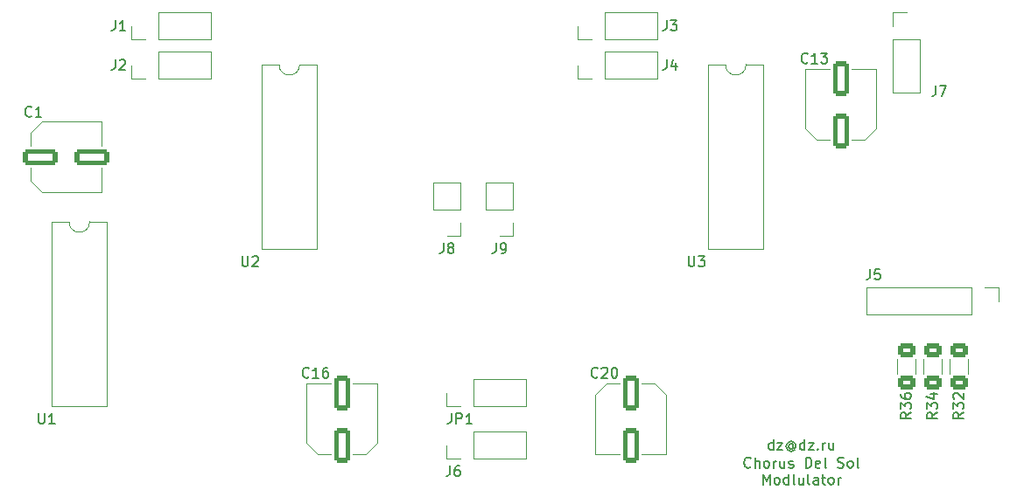
<source format=gbr>
%TF.GenerationSoftware,KiCad,Pcbnew,(6.0.10)*%
%TF.CreationDate,2023-04-08T13:29:20+03:00*%
%TF.ProjectId,DelSol_Modulator,44656c53-6f6c-45f4-9d6f-64756c61746f,rev?*%
%TF.SameCoordinates,Original*%
%TF.FileFunction,Legend,Top*%
%TF.FilePolarity,Positive*%
%FSLAX46Y46*%
G04 Gerber Fmt 4.6, Leading zero omitted, Abs format (unit mm)*
G04 Created by KiCad (PCBNEW (6.0.10)) date 2023-04-08 13:29:20*
%MOMM*%
%LPD*%
G01*
G04 APERTURE LIST*
G04 Aperture macros list*
%AMRoundRect*
0 Rectangle with rounded corners*
0 $1 Rounding radius*
0 $2 $3 $4 $5 $6 $7 $8 $9 X,Y pos of 4 corners*
0 Add a 4 corners polygon primitive as box body*
4,1,4,$2,$3,$4,$5,$6,$7,$8,$9,$2,$3,0*
0 Add four circle primitives for the rounded corners*
1,1,$1+$1,$2,$3*
1,1,$1+$1,$4,$5*
1,1,$1+$1,$6,$7*
1,1,$1+$1,$8,$9*
0 Add four rect primitives between the rounded corners*
20,1,$1+$1,$2,$3,$4,$5,0*
20,1,$1+$1,$4,$5,$6,$7,0*
20,1,$1+$1,$6,$7,$8,$9,0*
20,1,$1+$1,$8,$9,$2,$3,0*%
G04 Aperture macros list end*
%ADD10C,0.150000*%
%ADD11C,0.120000*%
%ADD12C,3.200000*%
%ADD13R,1.700000X1.700000*%
%ADD14O,1.700000X1.700000*%
%ADD15R,1.600000X1.600000*%
%ADD16O,1.600000X1.600000*%
%ADD17RoundRect,0.250000X0.625000X-0.400000X0.625000X0.400000X-0.625000X0.400000X-0.625000X-0.400000X0*%
%ADD18RoundRect,0.250000X0.550000X-1.412500X0.550000X1.412500X-0.550000X1.412500X-0.550000X-1.412500X0*%
%ADD19RoundRect,0.250000X-0.550000X1.412500X-0.550000X-1.412500X0.550000X-1.412500X0.550000X1.412500X0*%
%ADD20RoundRect,0.250000X-1.412500X-0.550000X1.412500X-0.550000X1.412500X0.550000X-1.412500X0.550000X0*%
G04 APERTURE END LIST*
D10*
X109069523Y-74112380D02*
X109069523Y-73112380D01*
X109069523Y-74064761D02*
X108974285Y-74112380D01*
X108783809Y-74112380D01*
X108688571Y-74064761D01*
X108640952Y-74017142D01*
X108593333Y-73921904D01*
X108593333Y-73636190D01*
X108640952Y-73540952D01*
X108688571Y-73493333D01*
X108783809Y-73445714D01*
X108974285Y-73445714D01*
X109069523Y-73493333D01*
X109450476Y-73445714D02*
X109974285Y-73445714D01*
X109450476Y-74112380D01*
X109974285Y-74112380D01*
X110974285Y-73636190D02*
X110926666Y-73588571D01*
X110831428Y-73540952D01*
X110736190Y-73540952D01*
X110640952Y-73588571D01*
X110593333Y-73636190D01*
X110545714Y-73731428D01*
X110545714Y-73826666D01*
X110593333Y-73921904D01*
X110640952Y-73969523D01*
X110736190Y-74017142D01*
X110831428Y-74017142D01*
X110926666Y-73969523D01*
X110974285Y-73921904D01*
X110974285Y-73540952D02*
X110974285Y-73921904D01*
X111021904Y-73969523D01*
X111069523Y-73969523D01*
X111164761Y-73921904D01*
X111212380Y-73826666D01*
X111212380Y-73588571D01*
X111117142Y-73445714D01*
X110974285Y-73350476D01*
X110783809Y-73302857D01*
X110593333Y-73350476D01*
X110450476Y-73445714D01*
X110355238Y-73588571D01*
X110307619Y-73779047D01*
X110355238Y-73969523D01*
X110450476Y-74112380D01*
X110593333Y-74207619D01*
X110783809Y-74255238D01*
X110974285Y-74207619D01*
X111117142Y-74112380D01*
X112069523Y-74112380D02*
X112069523Y-73112380D01*
X112069523Y-74064761D02*
X111974285Y-74112380D01*
X111783809Y-74112380D01*
X111688571Y-74064761D01*
X111640952Y-74017142D01*
X111593333Y-73921904D01*
X111593333Y-73636190D01*
X111640952Y-73540952D01*
X111688571Y-73493333D01*
X111783809Y-73445714D01*
X111974285Y-73445714D01*
X112069523Y-73493333D01*
X112450476Y-73445714D02*
X112974285Y-73445714D01*
X112450476Y-74112380D01*
X112974285Y-74112380D01*
X113355238Y-74017142D02*
X113402857Y-74064761D01*
X113355238Y-74112380D01*
X113307619Y-74064761D01*
X113355238Y-74017142D01*
X113355238Y-74112380D01*
X113831428Y-74112380D02*
X113831428Y-73445714D01*
X113831428Y-73636190D02*
X113879047Y-73540952D01*
X113926666Y-73493333D01*
X114021904Y-73445714D01*
X114117142Y-73445714D01*
X114879047Y-73445714D02*
X114879047Y-74112380D01*
X114450476Y-73445714D02*
X114450476Y-73969523D01*
X114498095Y-74064761D01*
X114593333Y-74112380D01*
X114736190Y-74112380D01*
X114831428Y-74064761D01*
X114879047Y-74017142D01*
X106855238Y-75752142D02*
X106807619Y-75799761D01*
X106664761Y-75847380D01*
X106569523Y-75847380D01*
X106426666Y-75799761D01*
X106331428Y-75704523D01*
X106283809Y-75609285D01*
X106236190Y-75418809D01*
X106236190Y-75275952D01*
X106283809Y-75085476D01*
X106331428Y-74990238D01*
X106426666Y-74895000D01*
X106569523Y-74847380D01*
X106664761Y-74847380D01*
X106807619Y-74895000D01*
X106855238Y-74942619D01*
X107283809Y-75847380D02*
X107283809Y-74847380D01*
X107712380Y-75847380D02*
X107712380Y-75323571D01*
X107664761Y-75228333D01*
X107569523Y-75180714D01*
X107426666Y-75180714D01*
X107331428Y-75228333D01*
X107283809Y-75275952D01*
X108331428Y-75847380D02*
X108236190Y-75799761D01*
X108188571Y-75752142D01*
X108140952Y-75656904D01*
X108140952Y-75371190D01*
X108188571Y-75275952D01*
X108236190Y-75228333D01*
X108331428Y-75180714D01*
X108474285Y-75180714D01*
X108569523Y-75228333D01*
X108617142Y-75275952D01*
X108664761Y-75371190D01*
X108664761Y-75656904D01*
X108617142Y-75752142D01*
X108569523Y-75799761D01*
X108474285Y-75847380D01*
X108331428Y-75847380D01*
X109093333Y-75847380D02*
X109093333Y-75180714D01*
X109093333Y-75371190D02*
X109140952Y-75275952D01*
X109188571Y-75228333D01*
X109283809Y-75180714D01*
X109379047Y-75180714D01*
X110140952Y-75180714D02*
X110140952Y-75847380D01*
X109712380Y-75180714D02*
X109712380Y-75704523D01*
X109760000Y-75799761D01*
X109855238Y-75847380D01*
X109998095Y-75847380D01*
X110093333Y-75799761D01*
X110140952Y-75752142D01*
X110569523Y-75799761D02*
X110664761Y-75847380D01*
X110855238Y-75847380D01*
X110950476Y-75799761D01*
X110998095Y-75704523D01*
X110998095Y-75656904D01*
X110950476Y-75561666D01*
X110855238Y-75514047D01*
X110712380Y-75514047D01*
X110617142Y-75466428D01*
X110569523Y-75371190D01*
X110569523Y-75323571D01*
X110617142Y-75228333D01*
X110712380Y-75180714D01*
X110855238Y-75180714D01*
X110950476Y-75228333D01*
X112188571Y-75847380D02*
X112188571Y-74847380D01*
X112426666Y-74847380D01*
X112569523Y-74895000D01*
X112664761Y-74990238D01*
X112712380Y-75085476D01*
X112760000Y-75275952D01*
X112760000Y-75418809D01*
X112712380Y-75609285D01*
X112664761Y-75704523D01*
X112569523Y-75799761D01*
X112426666Y-75847380D01*
X112188571Y-75847380D01*
X113569523Y-75799761D02*
X113474285Y-75847380D01*
X113283809Y-75847380D01*
X113188571Y-75799761D01*
X113140952Y-75704523D01*
X113140952Y-75323571D01*
X113188571Y-75228333D01*
X113283809Y-75180714D01*
X113474285Y-75180714D01*
X113569523Y-75228333D01*
X113617142Y-75323571D01*
X113617142Y-75418809D01*
X113140952Y-75514047D01*
X114188571Y-75847380D02*
X114093333Y-75799761D01*
X114045714Y-75704523D01*
X114045714Y-74847380D01*
X115283809Y-75799761D02*
X115426666Y-75847380D01*
X115664761Y-75847380D01*
X115760000Y-75799761D01*
X115807619Y-75752142D01*
X115855238Y-75656904D01*
X115855238Y-75561666D01*
X115807619Y-75466428D01*
X115760000Y-75418809D01*
X115664761Y-75371190D01*
X115474285Y-75323571D01*
X115379047Y-75275952D01*
X115331428Y-75228333D01*
X115283809Y-75133095D01*
X115283809Y-75037857D01*
X115331428Y-74942619D01*
X115379047Y-74895000D01*
X115474285Y-74847380D01*
X115712380Y-74847380D01*
X115855238Y-74895000D01*
X116426666Y-75847380D02*
X116331428Y-75799761D01*
X116283809Y-75752142D01*
X116236190Y-75656904D01*
X116236190Y-75371190D01*
X116283809Y-75275952D01*
X116331428Y-75228333D01*
X116426666Y-75180714D01*
X116569523Y-75180714D01*
X116664761Y-75228333D01*
X116712380Y-75275952D01*
X116760000Y-75371190D01*
X116760000Y-75656904D01*
X116712380Y-75752142D01*
X116664761Y-75799761D01*
X116569523Y-75847380D01*
X116426666Y-75847380D01*
X117331428Y-75847380D02*
X117236190Y-75799761D01*
X117188571Y-75704523D01*
X117188571Y-74847380D01*
X108045714Y-77457380D02*
X108045714Y-76457380D01*
X108379047Y-77171666D01*
X108712380Y-76457380D01*
X108712380Y-77457380D01*
X109331428Y-77457380D02*
X109236190Y-77409761D01*
X109188571Y-77362142D01*
X109140952Y-77266904D01*
X109140952Y-76981190D01*
X109188571Y-76885952D01*
X109236190Y-76838333D01*
X109331428Y-76790714D01*
X109474285Y-76790714D01*
X109569523Y-76838333D01*
X109617142Y-76885952D01*
X109664761Y-76981190D01*
X109664761Y-77266904D01*
X109617142Y-77362142D01*
X109569523Y-77409761D01*
X109474285Y-77457380D01*
X109331428Y-77457380D01*
X110521904Y-77457380D02*
X110521904Y-76457380D01*
X110521904Y-77409761D02*
X110426666Y-77457380D01*
X110236190Y-77457380D01*
X110140952Y-77409761D01*
X110093333Y-77362142D01*
X110045714Y-77266904D01*
X110045714Y-76981190D01*
X110093333Y-76885952D01*
X110140952Y-76838333D01*
X110236190Y-76790714D01*
X110426666Y-76790714D01*
X110521904Y-76838333D01*
X111140952Y-77457380D02*
X111045714Y-77409761D01*
X110998095Y-77314523D01*
X110998095Y-76457380D01*
X111950476Y-76790714D02*
X111950476Y-77457380D01*
X111521904Y-76790714D02*
X111521904Y-77314523D01*
X111569523Y-77409761D01*
X111664761Y-77457380D01*
X111807619Y-77457380D01*
X111902857Y-77409761D01*
X111950476Y-77362142D01*
X112569523Y-77457380D02*
X112474285Y-77409761D01*
X112426666Y-77314523D01*
X112426666Y-76457380D01*
X113379047Y-77457380D02*
X113379047Y-76933571D01*
X113331428Y-76838333D01*
X113236190Y-76790714D01*
X113045714Y-76790714D01*
X112950476Y-76838333D01*
X113379047Y-77409761D02*
X113283809Y-77457380D01*
X113045714Y-77457380D01*
X112950476Y-77409761D01*
X112902857Y-77314523D01*
X112902857Y-77219285D01*
X112950476Y-77124047D01*
X113045714Y-77076428D01*
X113283809Y-77076428D01*
X113379047Y-77028809D01*
X113712380Y-76790714D02*
X114093333Y-76790714D01*
X113855238Y-76457380D02*
X113855238Y-77314523D01*
X113902857Y-77409761D01*
X113998095Y-77457380D01*
X114093333Y-77457380D01*
X114569523Y-77457380D02*
X114474285Y-77409761D01*
X114426666Y-77362142D01*
X114379047Y-77266904D01*
X114379047Y-76981190D01*
X114426666Y-76885952D01*
X114474285Y-76838333D01*
X114569523Y-76790714D01*
X114712380Y-76790714D01*
X114807619Y-76838333D01*
X114855238Y-76885952D01*
X114902857Y-76981190D01*
X114902857Y-77266904D01*
X114855238Y-77362142D01*
X114807619Y-77409761D01*
X114712380Y-77457380D01*
X114569523Y-77457380D01*
X115331428Y-77457380D02*
X115331428Y-76790714D01*
X115331428Y-76981190D02*
X115379047Y-76885952D01*
X115426666Y-76838333D01*
X115521904Y-76790714D01*
X115617142Y-76790714D01*
X77906666Y-70572380D02*
X77906666Y-71286666D01*
X77859047Y-71429523D01*
X77763809Y-71524761D01*
X77620952Y-71572380D01*
X77525714Y-71572380D01*
X78382857Y-71572380D02*
X78382857Y-70572380D01*
X78763809Y-70572380D01*
X78859047Y-70620000D01*
X78906666Y-70667619D01*
X78954285Y-70762857D01*
X78954285Y-70905714D01*
X78906666Y-71000952D01*
X78859047Y-71048571D01*
X78763809Y-71096190D01*
X78382857Y-71096190D01*
X79906666Y-71572380D02*
X79335238Y-71572380D01*
X79620952Y-71572380D02*
X79620952Y-70572380D01*
X79525714Y-70715238D01*
X79430476Y-70810476D01*
X79335238Y-70858095D01*
X57658095Y-55332380D02*
X57658095Y-56141904D01*
X57705714Y-56237142D01*
X57753333Y-56284761D01*
X57848571Y-56332380D01*
X58039047Y-56332380D01*
X58134285Y-56284761D01*
X58181904Y-56237142D01*
X58229523Y-56141904D01*
X58229523Y-55332380D01*
X58658095Y-55427619D02*
X58705714Y-55380000D01*
X58800952Y-55332380D01*
X59039047Y-55332380D01*
X59134285Y-55380000D01*
X59181904Y-55427619D01*
X59229523Y-55522857D01*
X59229523Y-55618095D01*
X59181904Y-55760952D01*
X58610476Y-56332380D01*
X59229523Y-56332380D01*
X45386666Y-32472380D02*
X45386666Y-33186666D01*
X45339047Y-33329523D01*
X45243809Y-33424761D01*
X45100952Y-33472380D01*
X45005714Y-33472380D01*
X46386666Y-33472380D02*
X45815238Y-33472380D01*
X46100952Y-33472380D02*
X46100952Y-32472380D01*
X46005714Y-32615238D01*
X45910476Y-32710476D01*
X45815238Y-32758095D01*
X127452380Y-70492857D02*
X126976190Y-70826190D01*
X127452380Y-71064285D02*
X126452380Y-71064285D01*
X126452380Y-70683333D01*
X126500000Y-70588095D01*
X126547619Y-70540476D01*
X126642857Y-70492857D01*
X126785714Y-70492857D01*
X126880952Y-70540476D01*
X126928571Y-70588095D01*
X126976190Y-70683333D01*
X126976190Y-71064285D01*
X126452380Y-70159523D02*
X126452380Y-69540476D01*
X126833333Y-69873809D01*
X126833333Y-69730952D01*
X126880952Y-69635714D01*
X126928571Y-69588095D01*
X127023809Y-69540476D01*
X127261904Y-69540476D01*
X127357142Y-69588095D01*
X127404761Y-69635714D01*
X127452380Y-69730952D01*
X127452380Y-70016666D01*
X127404761Y-70111904D01*
X127357142Y-70159523D01*
X126547619Y-69159523D02*
X126500000Y-69111904D01*
X126452380Y-69016666D01*
X126452380Y-68778571D01*
X126500000Y-68683333D01*
X126547619Y-68635714D01*
X126642857Y-68588095D01*
X126738095Y-68588095D01*
X126880952Y-68635714D01*
X127452380Y-69207142D01*
X127452380Y-68588095D01*
X112387142Y-36552142D02*
X112339523Y-36599761D01*
X112196666Y-36647380D01*
X112101428Y-36647380D01*
X111958571Y-36599761D01*
X111863333Y-36504523D01*
X111815714Y-36409285D01*
X111768095Y-36218809D01*
X111768095Y-36075952D01*
X111815714Y-35885476D01*
X111863333Y-35790238D01*
X111958571Y-35695000D01*
X112101428Y-35647380D01*
X112196666Y-35647380D01*
X112339523Y-35695000D01*
X112387142Y-35742619D01*
X113339523Y-36647380D02*
X112768095Y-36647380D01*
X113053809Y-36647380D02*
X113053809Y-35647380D01*
X112958571Y-35790238D01*
X112863333Y-35885476D01*
X112768095Y-35933095D01*
X113672857Y-35647380D02*
X114291904Y-35647380D01*
X113958571Y-36028333D01*
X114101428Y-36028333D01*
X114196666Y-36075952D01*
X114244285Y-36123571D01*
X114291904Y-36218809D01*
X114291904Y-36456904D01*
X114244285Y-36552142D01*
X114196666Y-36599761D01*
X114101428Y-36647380D01*
X113815714Y-36647380D01*
X113720476Y-36599761D01*
X113672857Y-36552142D01*
X98726666Y-32472380D02*
X98726666Y-33186666D01*
X98679047Y-33329523D01*
X98583809Y-33424761D01*
X98440952Y-33472380D01*
X98345714Y-33472380D01*
X99107619Y-32472380D02*
X99726666Y-32472380D01*
X99393333Y-32853333D01*
X99536190Y-32853333D01*
X99631428Y-32900952D01*
X99679047Y-32948571D01*
X99726666Y-33043809D01*
X99726666Y-33281904D01*
X99679047Y-33377142D01*
X99631428Y-33424761D01*
X99536190Y-33472380D01*
X99250476Y-33472380D01*
X99155238Y-33424761D01*
X99107619Y-33377142D01*
X124761666Y-38822380D02*
X124761666Y-39536666D01*
X124714047Y-39679523D01*
X124618809Y-39774761D01*
X124475952Y-39822380D01*
X124380714Y-39822380D01*
X125142619Y-38822380D02*
X125809285Y-38822380D01*
X125380714Y-39822380D01*
X124912380Y-70492857D02*
X124436190Y-70826190D01*
X124912380Y-71064285D02*
X123912380Y-71064285D01*
X123912380Y-70683333D01*
X123960000Y-70588095D01*
X124007619Y-70540476D01*
X124102857Y-70492857D01*
X124245714Y-70492857D01*
X124340952Y-70540476D01*
X124388571Y-70588095D01*
X124436190Y-70683333D01*
X124436190Y-71064285D01*
X123912380Y-70159523D02*
X123912380Y-69540476D01*
X124293333Y-69873809D01*
X124293333Y-69730952D01*
X124340952Y-69635714D01*
X124388571Y-69588095D01*
X124483809Y-69540476D01*
X124721904Y-69540476D01*
X124817142Y-69588095D01*
X124864761Y-69635714D01*
X124912380Y-69730952D01*
X124912380Y-70016666D01*
X124864761Y-70111904D01*
X124817142Y-70159523D01*
X124245714Y-68683333D02*
X124912380Y-68683333D01*
X123864761Y-68921428D02*
X124579047Y-69159523D01*
X124579047Y-68540476D01*
X64127142Y-67032142D02*
X64079523Y-67079761D01*
X63936666Y-67127380D01*
X63841428Y-67127380D01*
X63698571Y-67079761D01*
X63603333Y-66984523D01*
X63555714Y-66889285D01*
X63508095Y-66698809D01*
X63508095Y-66555952D01*
X63555714Y-66365476D01*
X63603333Y-66270238D01*
X63698571Y-66175000D01*
X63841428Y-66127380D01*
X63936666Y-66127380D01*
X64079523Y-66175000D01*
X64127142Y-66222619D01*
X65079523Y-67127380D02*
X64508095Y-67127380D01*
X64793809Y-67127380D02*
X64793809Y-66127380D01*
X64698571Y-66270238D01*
X64603333Y-66365476D01*
X64508095Y-66413095D01*
X65936666Y-66127380D02*
X65746190Y-66127380D01*
X65650952Y-66175000D01*
X65603333Y-66222619D01*
X65508095Y-66365476D01*
X65460476Y-66555952D01*
X65460476Y-66936904D01*
X65508095Y-67032142D01*
X65555714Y-67079761D01*
X65650952Y-67127380D01*
X65841428Y-67127380D01*
X65936666Y-67079761D01*
X65984285Y-67032142D01*
X66031904Y-66936904D01*
X66031904Y-66698809D01*
X65984285Y-66603571D01*
X65936666Y-66555952D01*
X65841428Y-66508333D01*
X65650952Y-66508333D01*
X65555714Y-66555952D01*
X65508095Y-66603571D01*
X65460476Y-66698809D01*
X118411666Y-56602380D02*
X118411666Y-57316666D01*
X118364047Y-57459523D01*
X118268809Y-57554761D01*
X118125952Y-57602380D01*
X118030714Y-57602380D01*
X119364047Y-56602380D02*
X118887857Y-56602380D01*
X118840238Y-57078571D01*
X118887857Y-57030952D01*
X118983095Y-56983333D01*
X119221190Y-56983333D01*
X119316428Y-57030952D01*
X119364047Y-57078571D01*
X119411666Y-57173809D01*
X119411666Y-57411904D01*
X119364047Y-57507142D01*
X119316428Y-57554761D01*
X119221190Y-57602380D01*
X118983095Y-57602380D01*
X118887857Y-57554761D01*
X118840238Y-57507142D01*
X98726666Y-36282380D02*
X98726666Y-36996666D01*
X98679047Y-37139523D01*
X98583809Y-37234761D01*
X98440952Y-37282380D01*
X98345714Y-37282380D01*
X99631428Y-36615714D02*
X99631428Y-37282380D01*
X99393333Y-36234761D02*
X99155238Y-36949047D01*
X99774285Y-36949047D01*
X92067142Y-67032142D02*
X92019523Y-67079761D01*
X91876666Y-67127380D01*
X91781428Y-67127380D01*
X91638571Y-67079761D01*
X91543333Y-66984523D01*
X91495714Y-66889285D01*
X91448095Y-66698809D01*
X91448095Y-66555952D01*
X91495714Y-66365476D01*
X91543333Y-66270238D01*
X91638571Y-66175000D01*
X91781428Y-66127380D01*
X91876666Y-66127380D01*
X92019523Y-66175000D01*
X92067142Y-66222619D01*
X92448095Y-66222619D02*
X92495714Y-66175000D01*
X92590952Y-66127380D01*
X92829047Y-66127380D01*
X92924285Y-66175000D01*
X92971904Y-66222619D01*
X93019523Y-66317857D01*
X93019523Y-66413095D01*
X92971904Y-66555952D01*
X92400476Y-67127380D01*
X93019523Y-67127380D01*
X93638571Y-66127380D02*
X93733809Y-66127380D01*
X93829047Y-66175000D01*
X93876666Y-66222619D01*
X93924285Y-66317857D01*
X93971904Y-66508333D01*
X93971904Y-66746428D01*
X93924285Y-66936904D01*
X93876666Y-67032142D01*
X93829047Y-67079761D01*
X93733809Y-67127380D01*
X93638571Y-67127380D01*
X93543333Y-67079761D01*
X93495714Y-67032142D01*
X93448095Y-66936904D01*
X93400476Y-66746428D01*
X93400476Y-66508333D01*
X93448095Y-66317857D01*
X93495714Y-66222619D01*
X93543333Y-66175000D01*
X93638571Y-66127380D01*
X122372380Y-70492857D02*
X121896190Y-70826190D01*
X122372380Y-71064285D02*
X121372380Y-71064285D01*
X121372380Y-70683333D01*
X121420000Y-70588095D01*
X121467619Y-70540476D01*
X121562857Y-70492857D01*
X121705714Y-70492857D01*
X121800952Y-70540476D01*
X121848571Y-70588095D01*
X121896190Y-70683333D01*
X121896190Y-71064285D01*
X121372380Y-70159523D02*
X121372380Y-69540476D01*
X121753333Y-69873809D01*
X121753333Y-69730952D01*
X121800952Y-69635714D01*
X121848571Y-69588095D01*
X121943809Y-69540476D01*
X122181904Y-69540476D01*
X122277142Y-69588095D01*
X122324761Y-69635714D01*
X122372380Y-69730952D01*
X122372380Y-70016666D01*
X122324761Y-70111904D01*
X122277142Y-70159523D01*
X121372380Y-68683333D02*
X121372380Y-68873809D01*
X121420000Y-68969047D01*
X121467619Y-69016666D01*
X121610476Y-69111904D01*
X121800952Y-69159523D01*
X122181904Y-69159523D01*
X122277142Y-69111904D01*
X122324761Y-69064285D01*
X122372380Y-68969047D01*
X122372380Y-68778571D01*
X122324761Y-68683333D01*
X122277142Y-68635714D01*
X122181904Y-68588095D01*
X121943809Y-68588095D01*
X121848571Y-68635714D01*
X121800952Y-68683333D01*
X121753333Y-68778571D01*
X121753333Y-68969047D01*
X121800952Y-69064285D01*
X121848571Y-69111904D01*
X121943809Y-69159523D01*
X45386666Y-36282380D02*
X45386666Y-36996666D01*
X45339047Y-37139523D01*
X45243809Y-37234761D01*
X45100952Y-37282380D01*
X45005714Y-37282380D01*
X45815238Y-36377619D02*
X45862857Y-36330000D01*
X45958095Y-36282380D01*
X46196190Y-36282380D01*
X46291428Y-36330000D01*
X46339047Y-36377619D01*
X46386666Y-36472857D01*
X46386666Y-36568095D01*
X46339047Y-36710952D01*
X45767619Y-37282380D01*
X46386666Y-37282380D01*
X100838095Y-55332380D02*
X100838095Y-56141904D01*
X100885714Y-56237142D01*
X100933333Y-56284761D01*
X101028571Y-56332380D01*
X101219047Y-56332380D01*
X101314285Y-56284761D01*
X101361904Y-56237142D01*
X101409523Y-56141904D01*
X101409523Y-55332380D01*
X101790476Y-55332380D02*
X102409523Y-55332380D01*
X102076190Y-55713333D01*
X102219047Y-55713333D01*
X102314285Y-55760952D01*
X102361904Y-55808571D01*
X102409523Y-55903809D01*
X102409523Y-56141904D01*
X102361904Y-56237142D01*
X102314285Y-56284761D01*
X102219047Y-56332380D01*
X101933333Y-56332380D01*
X101838095Y-56284761D01*
X101790476Y-56237142D01*
X82216666Y-54062380D02*
X82216666Y-54776666D01*
X82169047Y-54919523D01*
X82073809Y-55014761D01*
X81930952Y-55062380D01*
X81835714Y-55062380D01*
X82740476Y-55062380D02*
X82930952Y-55062380D01*
X83026190Y-55014761D01*
X83073809Y-54967142D01*
X83169047Y-54824285D01*
X83216666Y-54633809D01*
X83216666Y-54252857D01*
X83169047Y-54157619D01*
X83121428Y-54110000D01*
X83026190Y-54062380D01*
X82835714Y-54062380D01*
X82740476Y-54110000D01*
X82692857Y-54157619D01*
X82645238Y-54252857D01*
X82645238Y-54490952D01*
X82692857Y-54586190D01*
X82740476Y-54633809D01*
X82835714Y-54681428D01*
X83026190Y-54681428D01*
X83121428Y-54633809D01*
X83169047Y-54586190D01*
X83216666Y-54490952D01*
X77136666Y-54062380D02*
X77136666Y-54776666D01*
X77089047Y-54919523D01*
X76993809Y-55014761D01*
X76850952Y-55062380D01*
X76755714Y-55062380D01*
X77755714Y-54490952D02*
X77660476Y-54443333D01*
X77612857Y-54395714D01*
X77565238Y-54300476D01*
X77565238Y-54252857D01*
X77612857Y-54157619D01*
X77660476Y-54110000D01*
X77755714Y-54062380D01*
X77946190Y-54062380D01*
X78041428Y-54110000D01*
X78089047Y-54157619D01*
X78136666Y-54252857D01*
X78136666Y-54300476D01*
X78089047Y-54395714D01*
X78041428Y-54443333D01*
X77946190Y-54490952D01*
X77755714Y-54490952D01*
X77660476Y-54538571D01*
X77612857Y-54586190D01*
X77565238Y-54681428D01*
X77565238Y-54871904D01*
X77612857Y-54967142D01*
X77660476Y-55014761D01*
X77755714Y-55062380D01*
X77946190Y-55062380D01*
X78041428Y-55014761D01*
X78089047Y-54967142D01*
X78136666Y-54871904D01*
X78136666Y-54681428D01*
X78089047Y-54586190D01*
X78041428Y-54538571D01*
X77946190Y-54490952D01*
X37298333Y-41727142D02*
X37250714Y-41774761D01*
X37107857Y-41822380D01*
X37012619Y-41822380D01*
X36869761Y-41774761D01*
X36774523Y-41679523D01*
X36726904Y-41584285D01*
X36679285Y-41393809D01*
X36679285Y-41250952D01*
X36726904Y-41060476D01*
X36774523Y-40965238D01*
X36869761Y-40870000D01*
X37012619Y-40822380D01*
X37107857Y-40822380D01*
X37250714Y-40870000D01*
X37298333Y-40917619D01*
X38250714Y-41822380D02*
X37679285Y-41822380D01*
X37965000Y-41822380D02*
X37965000Y-40822380D01*
X37869761Y-40965238D01*
X37774523Y-41060476D01*
X37679285Y-41108095D01*
X77771666Y-75652380D02*
X77771666Y-76366666D01*
X77724047Y-76509523D01*
X77628809Y-76604761D01*
X77485952Y-76652380D01*
X77390714Y-76652380D01*
X78676428Y-75652380D02*
X78485952Y-75652380D01*
X78390714Y-75700000D01*
X78343095Y-75747619D01*
X78247857Y-75890476D01*
X78200238Y-76080952D01*
X78200238Y-76461904D01*
X78247857Y-76557142D01*
X78295476Y-76604761D01*
X78390714Y-76652380D01*
X78581190Y-76652380D01*
X78676428Y-76604761D01*
X78724047Y-76557142D01*
X78771666Y-76461904D01*
X78771666Y-76223809D01*
X78724047Y-76128571D01*
X78676428Y-76080952D01*
X78581190Y-76033333D01*
X78390714Y-76033333D01*
X78295476Y-76080952D01*
X78247857Y-76128571D01*
X78200238Y-76223809D01*
X37973095Y-70572380D02*
X37973095Y-71381904D01*
X38020714Y-71477142D01*
X38068333Y-71524761D01*
X38163571Y-71572380D01*
X38354047Y-71572380D01*
X38449285Y-71524761D01*
X38496904Y-71477142D01*
X38544523Y-71381904D01*
X38544523Y-70572380D01*
X39544523Y-71572380D02*
X38973095Y-71572380D01*
X39258809Y-71572380D02*
X39258809Y-70572380D01*
X39163571Y-70715238D01*
X39068333Y-70810476D01*
X38973095Y-70858095D01*
D11*
X85165000Y-69910000D02*
X85165000Y-67250000D01*
X80025000Y-67250000D02*
X85165000Y-67250000D01*
X78755000Y-69910000D02*
X77425000Y-69910000D01*
X80025000Y-69910000D02*
X80025000Y-67250000D01*
X80025000Y-69910000D02*
X85165000Y-69910000D01*
X77425000Y-69910000D02*
X77425000Y-68580000D01*
X61230000Y-36770000D02*
X59580000Y-36770000D01*
X64880000Y-54670000D02*
X64880000Y-36770000D01*
X59580000Y-54670000D02*
X64880000Y-54670000D01*
X59580000Y-36770000D02*
X59580000Y-54670000D01*
X64880000Y-36770000D02*
X63230000Y-36770000D01*
X61230000Y-36770000D02*
G75*
G03*
X63230000Y-36770000I1000000J0D01*
G01*
X46930000Y-34350000D02*
X46930000Y-33020000D01*
X49530000Y-31690000D02*
X54670000Y-31690000D01*
X49530000Y-34350000D02*
X49530000Y-31690000D01*
X48260000Y-34350000D02*
X46930000Y-34350000D01*
X49530000Y-34350000D02*
X54670000Y-34350000D01*
X54670000Y-34350000D02*
X54670000Y-31690000D01*
X126090000Y-66767064D02*
X126090000Y-65312936D01*
X127910000Y-66767064D02*
X127910000Y-65312936D01*
X113224437Y-44050000D02*
X112160000Y-42985563D01*
X118980000Y-42985563D02*
X118980000Y-37230000D01*
X113224437Y-44050000D02*
X114510000Y-44050000D01*
X117915563Y-44050000D02*
X116630000Y-44050000D01*
X112160000Y-37230000D02*
X114510000Y-37230000D01*
X112160000Y-42985563D02*
X112160000Y-37230000D01*
X117915563Y-44050000D02*
X118980000Y-42985563D01*
X118980000Y-37230000D02*
X116630000Y-37230000D01*
X97865000Y-34350000D02*
X97865000Y-31690000D01*
X91455000Y-34350000D02*
X90125000Y-34350000D01*
X92725000Y-31690000D02*
X97865000Y-31690000D01*
X90125000Y-34350000D02*
X90125000Y-33020000D01*
X92725000Y-34350000D02*
X97865000Y-34350000D01*
X92725000Y-34350000D02*
X92725000Y-31690000D01*
X120590000Y-31705000D02*
X121920000Y-31705000D01*
X120590000Y-39445000D02*
X123250000Y-39445000D01*
X120590000Y-34305000D02*
X120590000Y-39445000D01*
X123250000Y-34305000D02*
X123250000Y-39445000D01*
X120590000Y-34305000D02*
X123250000Y-34305000D01*
X120590000Y-33035000D02*
X120590000Y-31705000D01*
X123550000Y-66767064D02*
X123550000Y-65312936D01*
X125370000Y-66767064D02*
X125370000Y-65312936D01*
X63900000Y-73465563D02*
X63900000Y-67710000D01*
X64964437Y-74530000D02*
X66250000Y-74530000D01*
X69655563Y-74530000D02*
X68370000Y-74530000D01*
X69655563Y-74530000D02*
X70720000Y-73465563D01*
X70720000Y-67710000D02*
X68370000Y-67710000D01*
X63900000Y-67710000D02*
X66250000Y-67710000D01*
X64964437Y-74530000D02*
X63900000Y-73465563D01*
X70720000Y-73465563D02*
X70720000Y-67710000D01*
X130865000Y-58360000D02*
X130865000Y-59690000D01*
X128265000Y-58360000D02*
X118045000Y-58360000D01*
X129535000Y-58360000D02*
X130865000Y-58360000D01*
X128265000Y-58360000D02*
X128265000Y-61020000D01*
X128265000Y-61020000D02*
X118045000Y-61020000D01*
X118045000Y-58360000D02*
X118045000Y-61020000D01*
X97850000Y-38160000D02*
X97850000Y-35500000D01*
X90110000Y-38160000D02*
X90110000Y-36830000D01*
X92710000Y-38160000D02*
X97850000Y-38160000D01*
X91440000Y-38160000D02*
X90110000Y-38160000D01*
X92710000Y-35500000D02*
X97850000Y-35500000D01*
X92710000Y-38160000D02*
X92710000Y-35500000D01*
X98660000Y-74530000D02*
X96310000Y-74530000D01*
X98660000Y-68774437D02*
X98660000Y-74530000D01*
X97595563Y-67710000D02*
X98660000Y-68774437D01*
X91840000Y-74530000D02*
X94190000Y-74530000D01*
X91840000Y-68774437D02*
X91840000Y-74530000D01*
X92904437Y-67710000D02*
X91840000Y-68774437D01*
X97595563Y-67710000D02*
X96310000Y-67710000D01*
X92904437Y-67710000D02*
X94190000Y-67710000D01*
X121010000Y-66767064D02*
X121010000Y-65312936D01*
X122830000Y-66767064D02*
X122830000Y-65312936D01*
X49545000Y-38160000D02*
X54685000Y-38160000D01*
X49545000Y-38160000D02*
X49545000Y-35500000D01*
X48275000Y-38160000D02*
X46945000Y-38160000D01*
X54685000Y-38160000D02*
X54685000Y-35500000D01*
X49545000Y-35500000D02*
X54685000Y-35500000D01*
X46945000Y-38160000D02*
X46945000Y-36830000D01*
X104420000Y-36765000D02*
X102770000Y-36765000D01*
X102770000Y-54665000D02*
X108070000Y-54665000D01*
X108070000Y-36765000D02*
X106420000Y-36765000D01*
X108070000Y-54665000D02*
X108070000Y-36765000D01*
X102770000Y-36765000D02*
X102770000Y-54665000D01*
X104420000Y-36765000D02*
G75*
G03*
X106420000Y-36765000I1000000J0D01*
G01*
X83880000Y-50800000D02*
X83880000Y-48200000D01*
X83880000Y-50800000D02*
X81220000Y-50800000D01*
X81220000Y-50800000D02*
X81220000Y-48200000D01*
X83880000Y-53400000D02*
X82550000Y-53400000D01*
X83880000Y-48200000D02*
X81220000Y-48200000D01*
X83880000Y-52070000D02*
X83880000Y-53400000D01*
X78800000Y-48200000D02*
X76140000Y-48200000D01*
X78800000Y-50800000D02*
X76140000Y-50800000D01*
X76140000Y-50800000D02*
X76140000Y-48200000D01*
X78800000Y-50800000D02*
X78800000Y-48200000D01*
X78800000Y-52070000D02*
X78800000Y-53400000D01*
X78800000Y-53400000D02*
X77470000Y-53400000D01*
X38294437Y-49130000D02*
X44050000Y-49130000D01*
X37230000Y-48065563D02*
X38294437Y-49130000D01*
X44050000Y-42310000D02*
X44050000Y-44660000D01*
X38294437Y-42310000D02*
X44050000Y-42310000D01*
X37230000Y-43374437D02*
X37230000Y-44660000D01*
X37230000Y-48065563D02*
X37230000Y-46780000D01*
X37230000Y-43374437D02*
X38294437Y-42310000D01*
X44050000Y-49130000D02*
X44050000Y-46780000D01*
X80010000Y-74990000D02*
X80010000Y-72330000D01*
X77410000Y-74990000D02*
X77410000Y-73660000D01*
X80010000Y-72330000D02*
X85150000Y-72330000D01*
X78740000Y-74990000D02*
X77410000Y-74990000D01*
X80010000Y-74990000D02*
X85150000Y-74990000D01*
X85150000Y-74990000D02*
X85150000Y-72330000D01*
X39270000Y-69905000D02*
X44570000Y-69905000D01*
X39270000Y-52005000D02*
X39270000Y-69905000D01*
X40920000Y-52005000D02*
X39270000Y-52005000D01*
X44570000Y-69905000D02*
X44570000Y-52005000D01*
X44570000Y-52005000D02*
X42920000Y-52005000D01*
X40920000Y-52005000D02*
G75*
G03*
X42920000Y-52005000I1000000J0D01*
G01*
%LPC*%
D12*
X36830000Y-34290000D03*
D13*
X78755000Y-68580000D03*
D14*
X81295000Y-68580000D03*
X83835000Y-68580000D03*
D15*
X58420000Y-38100000D03*
D16*
X58420000Y-40640000D03*
X58420000Y-43180000D03*
X58420000Y-45720000D03*
X58420000Y-48260000D03*
X58420000Y-50800000D03*
X58420000Y-53340000D03*
X66040000Y-53340000D03*
X66040000Y-50800000D03*
X66040000Y-48260000D03*
X66040000Y-45720000D03*
X66040000Y-43180000D03*
X66040000Y-40640000D03*
X66040000Y-38100000D03*
D12*
X128270000Y-74930000D03*
D13*
X48260000Y-33020000D03*
D14*
X50800000Y-33020000D03*
X53340000Y-33020000D03*
D17*
X127000000Y-67590000D03*
X127000000Y-64490000D03*
D18*
X115570000Y-43177500D03*
X115570000Y-38102500D03*
D13*
X91455000Y-33020000D03*
D14*
X93995000Y-33020000D03*
X96535000Y-33020000D03*
D13*
X121920000Y-33035000D03*
D14*
X121920000Y-35575000D03*
X121920000Y-38115000D03*
D17*
X124460000Y-67590000D03*
X124460000Y-64490000D03*
D18*
X67310000Y-73657500D03*
X67310000Y-68582500D03*
D13*
X129535000Y-59690000D03*
D14*
X126995000Y-59690000D03*
X124455000Y-59690000D03*
X121915000Y-59690000D03*
X119375000Y-59690000D03*
D13*
X91440000Y-36830000D03*
D14*
X93980000Y-36830000D03*
X96520000Y-36830000D03*
D12*
X36830000Y-74930000D03*
D19*
X95250000Y-68582500D03*
X95250000Y-73657500D03*
D17*
X121920000Y-67590000D03*
X121920000Y-64490000D03*
D12*
X128270000Y-34290000D03*
D13*
X48275000Y-36830000D03*
D14*
X50815000Y-36830000D03*
X53355000Y-36830000D03*
D15*
X101610000Y-38095000D03*
D16*
X101610000Y-40635000D03*
X101610000Y-43175000D03*
X101610000Y-45715000D03*
X101610000Y-48255000D03*
X101610000Y-50795000D03*
X101610000Y-53335000D03*
X109230000Y-53335000D03*
X109230000Y-50795000D03*
X109230000Y-48255000D03*
X109230000Y-45715000D03*
X109230000Y-43175000D03*
X109230000Y-40635000D03*
X109230000Y-38095000D03*
D13*
X82550000Y-52070000D03*
D14*
X82550000Y-49530000D03*
D13*
X77470000Y-52070000D03*
D14*
X77470000Y-49530000D03*
D20*
X38102500Y-45720000D03*
X43177500Y-45720000D03*
D13*
X78740000Y-73660000D03*
D14*
X81280000Y-73660000D03*
X83820000Y-73660000D03*
D15*
X38110000Y-53335000D03*
D16*
X38110000Y-55875000D03*
X38110000Y-58415000D03*
X38110000Y-60955000D03*
X38110000Y-63495000D03*
X38110000Y-66035000D03*
X38110000Y-68575000D03*
X45730000Y-68575000D03*
X45730000Y-66035000D03*
X45730000Y-63495000D03*
X45730000Y-60955000D03*
X45730000Y-58415000D03*
X45730000Y-55875000D03*
X45730000Y-53335000D03*
M02*

</source>
